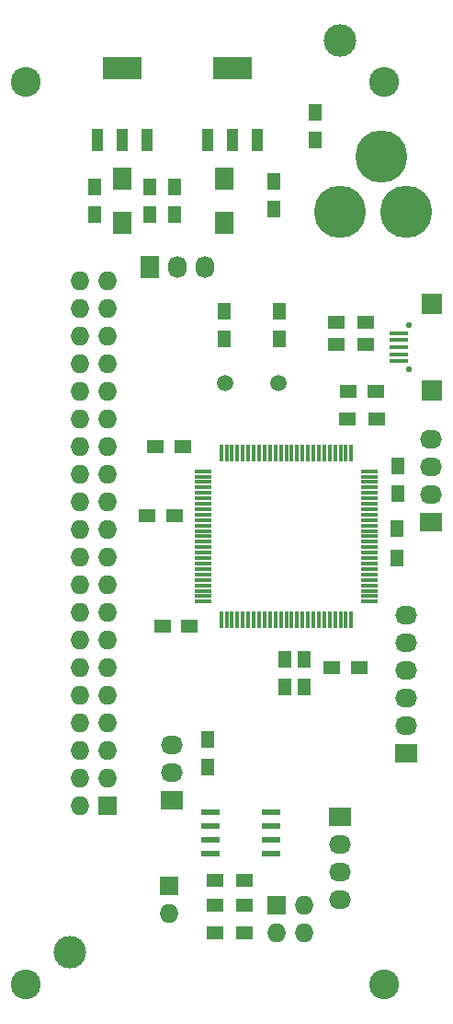
<source format=gbr>
G04 #@! TF.FileFunction,Soldermask,Top*
%FSLAX46Y46*%
G04 Gerber Fmt 4.6, Leading zero omitted, Abs format (unit mm)*
G04 Created by KiCad (PCBNEW (after 2015-mar-04 BZR unknown)-product) date 11/11/2016 4:19:04 PM*
%MOMM*%
G01*
G04 APERTURE LIST*
%ADD10C,0.100000*%
%ADD11R,1.500000X0.300000*%
%ADD12R,0.300000X1.500000*%
%ADD13R,1.500000X1.250000*%
%ADD14R,1.250000X1.500000*%
%ADD15R,1.700000X2.000000*%
%ADD16C,3.000000*%
%ADD17R,2.032000X1.727200*%
%ADD18O,2.032000X1.727200*%
%ADD19R,1.727200X1.727200*%
%ADD20O,1.727200X1.727200*%
%ADD21R,1.727200X2.032000*%
%ADD22O,1.727200X2.032000*%
%ADD23C,2.750000*%
%ADD24R,1.500000X1.300000*%
%ADD25R,1.300000X1.500000*%
%ADD26R,1.651000X0.599440*%
%ADD27C,4.800600*%
%ADD28R,3.657600X2.032000*%
%ADD29R,1.016000X2.032000*%
%ADD30R,1.800000X0.400000*%
%ADD31C,0.550000*%
%ADD32R,1.900000X1.900000*%
%ADD33C,1.501140*%
G04 APERTURE END LIST*
D10*
D11*
X47705000Y-63785000D03*
X47705000Y-63285000D03*
X47705000Y-62785000D03*
X47705000Y-62285000D03*
X47705000Y-61785000D03*
X47705000Y-61285000D03*
X47705000Y-60785000D03*
X47705000Y-60285000D03*
X47705000Y-59785000D03*
X47705000Y-59285000D03*
X47705000Y-58785000D03*
X47705000Y-58285000D03*
X47705000Y-57785000D03*
X47705000Y-57285000D03*
X47705000Y-56785000D03*
X47705000Y-56285000D03*
X47705000Y-55785000D03*
X47705000Y-55285000D03*
X47705000Y-54785000D03*
X47705000Y-54285000D03*
X47705000Y-53785000D03*
X47705000Y-53285000D03*
X47705000Y-52785000D03*
X47705000Y-52285000D03*
X47705000Y-51785000D03*
D12*
X46005000Y-50085000D03*
X45505000Y-50085000D03*
X45005000Y-50085000D03*
X44505000Y-50085000D03*
X44005000Y-50085000D03*
X43505000Y-50085000D03*
X43005000Y-50085000D03*
X42505000Y-50085000D03*
X42005000Y-50085000D03*
X41505000Y-50085000D03*
X41005000Y-50085000D03*
X40505000Y-50085000D03*
X40005000Y-50085000D03*
X39505000Y-50085000D03*
X39005000Y-50085000D03*
X38505000Y-50085000D03*
X38005000Y-50085000D03*
X37505000Y-50085000D03*
X37005000Y-50085000D03*
X36505000Y-50085000D03*
X36005000Y-50085000D03*
X35505000Y-50085000D03*
X35005000Y-50085000D03*
X34505000Y-50085000D03*
X34005000Y-50085000D03*
D11*
X32305000Y-51785000D03*
X32305000Y-52285000D03*
X32305000Y-52785000D03*
X32305000Y-53285000D03*
X32305000Y-53785000D03*
X32305000Y-54285000D03*
X32305000Y-54785000D03*
X32305000Y-55285000D03*
X32305000Y-55785000D03*
X32305000Y-56285000D03*
X32305000Y-56785000D03*
X32305000Y-57285000D03*
X32305000Y-57785000D03*
X32305000Y-58285000D03*
X32305000Y-58785000D03*
X32305000Y-59285000D03*
X32305000Y-59785000D03*
X32305000Y-60285000D03*
X32305000Y-60785000D03*
X32305000Y-61285000D03*
X32305000Y-61785000D03*
X32305000Y-62285000D03*
X32305000Y-62785000D03*
X32305000Y-63285000D03*
X32305000Y-63785000D03*
D12*
X34005000Y-65485000D03*
X34505000Y-65485000D03*
X35005000Y-65485000D03*
X35505000Y-65485000D03*
X36005000Y-65485000D03*
X36505000Y-65485000D03*
X37005000Y-65485000D03*
X37505000Y-65485000D03*
X38005000Y-65485000D03*
X38505000Y-65485000D03*
X39005000Y-65485000D03*
X39505000Y-65485000D03*
X40005000Y-65485000D03*
X40505000Y-65485000D03*
X41005000Y-65485000D03*
X41505000Y-65485000D03*
X42005000Y-65485000D03*
X42505000Y-65485000D03*
X43005000Y-65485000D03*
X43505000Y-65485000D03*
X44005000Y-65485000D03*
X44505000Y-65485000D03*
X45005000Y-65485000D03*
X45505000Y-65485000D03*
X46005000Y-65485000D03*
D13*
X44216000Y-69850000D03*
X46716000Y-69850000D03*
D14*
X50292000Y-53828000D03*
X50292000Y-51328000D03*
D13*
X31095000Y-66040000D03*
X28595000Y-66040000D03*
X48240000Y-44450000D03*
X45740000Y-44450000D03*
D14*
X32766000Y-78974000D03*
X32766000Y-76474000D03*
D13*
X30460000Y-49530000D03*
X27960000Y-49530000D03*
D14*
X39878000Y-71608000D03*
X39878000Y-69108000D03*
X41656000Y-71608000D03*
X41656000Y-69108000D03*
D13*
X27198000Y-55880000D03*
X29698000Y-55880000D03*
D15*
X24892000Y-28924000D03*
X24892000Y-24924000D03*
X34290000Y-28924000D03*
X34290000Y-24924000D03*
D16*
X44958000Y-12192000D03*
X20066000Y-96012000D03*
D17*
X53340000Y-56515000D03*
D18*
X53340000Y-53975000D03*
X53340000Y-51435000D03*
X53340000Y-48895000D03*
D19*
X29210000Y-89916000D03*
D20*
X29210000Y-92456000D03*
D21*
X27432000Y-33020000D03*
D22*
X29972000Y-33020000D03*
X32512000Y-33020000D03*
D17*
X29464000Y-82042000D03*
D18*
X29464000Y-79502000D03*
X29464000Y-76962000D03*
D23*
X16000000Y-16000000D03*
X49000000Y-16000000D03*
X16000000Y-99000000D03*
X49000000Y-99000000D03*
D24*
X36148000Y-89408000D03*
X33448000Y-89408000D03*
X36148000Y-91694000D03*
X33448000Y-91694000D03*
X36148000Y-94234000D03*
X33448000Y-94234000D03*
D25*
X50165000Y-57070000D03*
X50165000Y-59770000D03*
D24*
X45640000Y-46990000D03*
X48340000Y-46990000D03*
D26*
X38608000Y-83185000D03*
X33020000Y-83185000D03*
X38608000Y-84455000D03*
X38608000Y-85725000D03*
X38608000Y-86995000D03*
X33020000Y-84455000D03*
X33020000Y-85725000D03*
X33020000Y-86995000D03*
D27*
X51054000Y-27940000D03*
X44958000Y-27940000D03*
X48768000Y-22860000D03*
D28*
X35052000Y-14732000D03*
D29*
X35052000Y-21336000D03*
X37338000Y-21336000D03*
X32766000Y-21336000D03*
D28*
X24892000Y-14732000D03*
D29*
X24892000Y-21336000D03*
X27178000Y-21336000D03*
X22606000Y-21336000D03*
D19*
X23495000Y-82550000D03*
D20*
X20955000Y-82550000D03*
X23495000Y-80010000D03*
X20955000Y-80010000D03*
X23495000Y-77470000D03*
X20955000Y-77470000D03*
X23495000Y-74930000D03*
X20955000Y-74930000D03*
X23495000Y-72390000D03*
X20955000Y-72390000D03*
X23495000Y-69850000D03*
X20955000Y-69850000D03*
X23495000Y-67310000D03*
X20955000Y-67310000D03*
X23495000Y-64770000D03*
X20955000Y-64770000D03*
X23495000Y-62230000D03*
X20955000Y-62230000D03*
X23495000Y-59690000D03*
X20955000Y-59690000D03*
X23495000Y-57150000D03*
X20955000Y-57150000D03*
X23495000Y-54610000D03*
X20955000Y-54610000D03*
X23495000Y-52070000D03*
X20955000Y-52070000D03*
X23495000Y-49530000D03*
X20955000Y-49530000D03*
X23495000Y-46990000D03*
X20955000Y-46990000D03*
X23495000Y-44450000D03*
X20955000Y-44450000D03*
X23495000Y-41910000D03*
X20955000Y-41910000D03*
X23495000Y-39370000D03*
X20955000Y-39370000D03*
X23495000Y-36830000D03*
X20955000Y-36830000D03*
X23495000Y-34290000D03*
X20955000Y-34290000D03*
D14*
X34290000Y-37104000D03*
X34290000Y-39604000D03*
X39370000Y-37104000D03*
X39370000Y-39604000D03*
D30*
X50400000Y-41686000D03*
X50400000Y-41036000D03*
X50400000Y-40386000D03*
X50400000Y-39736000D03*
X50400000Y-39086000D03*
D31*
X51325000Y-42386000D03*
X51325000Y-38386000D03*
D32*
X53425000Y-44336000D03*
X53425000Y-36436000D03*
D24*
X47324000Y-40132000D03*
X44624000Y-40132000D03*
X47324000Y-38100000D03*
X44624000Y-38100000D03*
D33*
X34389060Y-43688000D03*
X39270940Y-43688000D03*
D14*
X42672000Y-21316000D03*
X42672000Y-18816000D03*
X29718000Y-25674000D03*
X29718000Y-28174000D03*
X38862000Y-25166000D03*
X38862000Y-27666000D03*
X27432000Y-25674000D03*
X27432000Y-28174000D03*
X22352000Y-25674000D03*
X22352000Y-28174000D03*
D17*
X44958000Y-83566000D03*
D18*
X44958000Y-86106000D03*
X44958000Y-88646000D03*
X44958000Y-91186000D03*
D19*
X39116000Y-91694000D03*
D20*
X41656000Y-91694000D03*
X39116000Y-94234000D03*
X41656000Y-94234000D03*
D17*
X51054000Y-77724000D03*
D18*
X51054000Y-75184000D03*
X51054000Y-72644000D03*
X51054000Y-70104000D03*
X51054000Y-67564000D03*
X51054000Y-65024000D03*
M02*

</source>
